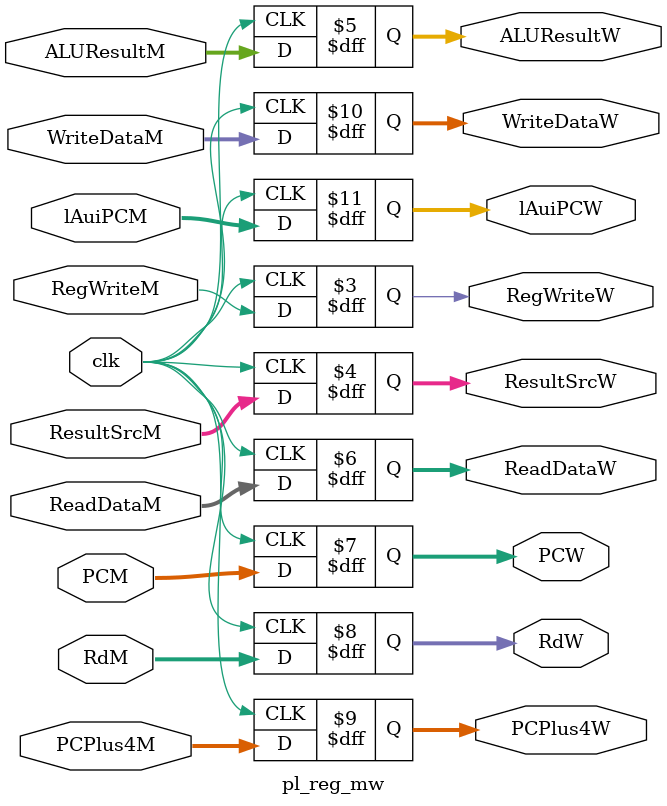
<source format=v>

module pl_reg_mw (
    input             clk,
    input             RegWriteM,
    input       [1:0] ResultSrcM,
    input      [31:0] ALUResultM, ReadDataM, PCM,
    input       [4:0] RdM,
    input      [31:0] PCPlus4M, WriteDataM, lAuiPCM,
    output reg        RegWriteW,
    output reg  [1:0] ResultSrcW,
    output reg [31:0] ALUResultW, ReadDataW, PCW,
    output reg  [4:0] RdW,
    output reg [31:0] PCPlus4W, WriteDataW, lAuiPCW
);

initial begin
    RegWriteW = 0; ResultSrcW = 0; ALUResultW = 0;
    ReadDataW = 0; RdW = 0; PCPlus4W = 0; PCW = 0;
    WriteDataW = 0; lAuiPCW = 0;
end

always @(posedge clk) begin
    RegWriteW <= RegWriteM; ResultSrcW <= ResultSrcM;
    ReadDataW <= ReadDataM; PCPlus4W <= PCPlus4M; PCW <= PCM;
    WriteDataW <= WriteDataM;
    RdW <= RdM; ALUResultW <= ALUResultM;
    lAuiPCW <= lAuiPCM;
end

// always @(negedge clk) begin
//     RdW <= RdM; ALUResultW <= ALUResultM;
// end

endmodule


</source>
